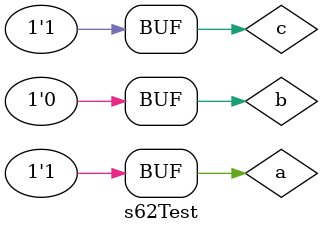
<source format=v>
`timescale 1ns / 1ps


module s62Test;

	// Inputs
	reg a;
	reg b;
	reg c;

	// Outputs
	wire f;
s62 s(a,b,c,f);
	// Instantiate the Unit Under Test (UUT)
	

	initial begin
		// Initialize Inputs
		a = 1;
		b = 1;
		c = 1;

		// Wait 100 ns for global reset to finish
		#100;
        a = 1;
		b = 0;
		c = 1;
		// Add stimulus here

	end
      
endmodule


</source>
